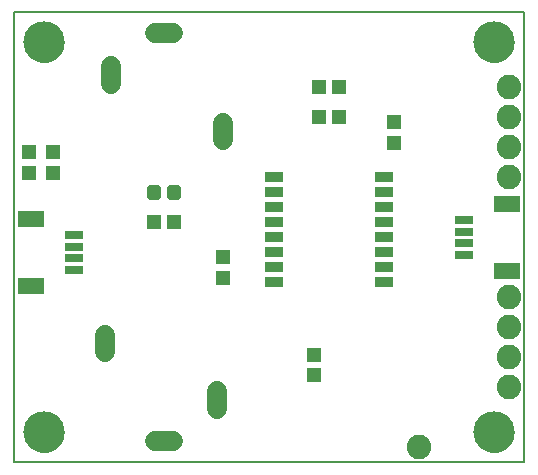
<source format=gts>
G75*
%MOIN*%
%OFA0B0*%
%FSLAX25Y25*%
%IPPOS*%
%LPD*%
%AMOC8*
5,1,8,0,0,1.08239X$1,22.5*
%
%ADD10C,0.00800*%
%ADD11C,0.00000*%
%ADD12C,0.13800*%
%ADD13R,0.08674X0.05524*%
%ADD14R,0.06115X0.03162*%
%ADD15R,0.04737X0.05131*%
%ADD16R,0.06300X0.03350*%
%ADD17R,0.05131X0.04737*%
%ADD18C,0.01990*%
%ADD19C,0.08200*%
%ADD20C,0.06706*%
D10*
X0017370Y0015949D02*
X0017370Y0165949D01*
X0187370Y0165949D01*
X0187370Y0015949D01*
X0017370Y0015949D01*
D11*
X0020870Y0025949D02*
X0020872Y0026110D01*
X0020878Y0026270D01*
X0020888Y0026431D01*
X0020902Y0026591D01*
X0020920Y0026751D01*
X0020941Y0026910D01*
X0020967Y0027069D01*
X0020997Y0027227D01*
X0021030Y0027384D01*
X0021068Y0027541D01*
X0021109Y0027696D01*
X0021154Y0027850D01*
X0021203Y0028003D01*
X0021256Y0028155D01*
X0021312Y0028306D01*
X0021373Y0028455D01*
X0021436Y0028603D01*
X0021504Y0028749D01*
X0021575Y0028893D01*
X0021649Y0029035D01*
X0021727Y0029176D01*
X0021809Y0029314D01*
X0021894Y0029451D01*
X0021982Y0029585D01*
X0022074Y0029717D01*
X0022169Y0029847D01*
X0022267Y0029975D01*
X0022368Y0030100D01*
X0022472Y0030222D01*
X0022579Y0030342D01*
X0022689Y0030459D01*
X0022802Y0030574D01*
X0022918Y0030685D01*
X0023037Y0030794D01*
X0023158Y0030899D01*
X0023282Y0031002D01*
X0023408Y0031102D01*
X0023536Y0031198D01*
X0023667Y0031291D01*
X0023801Y0031381D01*
X0023936Y0031468D01*
X0024074Y0031551D01*
X0024213Y0031631D01*
X0024355Y0031707D01*
X0024498Y0031780D01*
X0024643Y0031849D01*
X0024790Y0031915D01*
X0024938Y0031977D01*
X0025088Y0032035D01*
X0025239Y0032090D01*
X0025392Y0032141D01*
X0025546Y0032188D01*
X0025701Y0032231D01*
X0025857Y0032270D01*
X0026013Y0032306D01*
X0026171Y0032337D01*
X0026329Y0032365D01*
X0026488Y0032389D01*
X0026648Y0032409D01*
X0026808Y0032425D01*
X0026968Y0032437D01*
X0027129Y0032445D01*
X0027290Y0032449D01*
X0027450Y0032449D01*
X0027611Y0032445D01*
X0027772Y0032437D01*
X0027932Y0032425D01*
X0028092Y0032409D01*
X0028252Y0032389D01*
X0028411Y0032365D01*
X0028569Y0032337D01*
X0028727Y0032306D01*
X0028883Y0032270D01*
X0029039Y0032231D01*
X0029194Y0032188D01*
X0029348Y0032141D01*
X0029501Y0032090D01*
X0029652Y0032035D01*
X0029802Y0031977D01*
X0029950Y0031915D01*
X0030097Y0031849D01*
X0030242Y0031780D01*
X0030385Y0031707D01*
X0030527Y0031631D01*
X0030666Y0031551D01*
X0030804Y0031468D01*
X0030939Y0031381D01*
X0031073Y0031291D01*
X0031204Y0031198D01*
X0031332Y0031102D01*
X0031458Y0031002D01*
X0031582Y0030899D01*
X0031703Y0030794D01*
X0031822Y0030685D01*
X0031938Y0030574D01*
X0032051Y0030459D01*
X0032161Y0030342D01*
X0032268Y0030222D01*
X0032372Y0030100D01*
X0032473Y0029975D01*
X0032571Y0029847D01*
X0032666Y0029717D01*
X0032758Y0029585D01*
X0032846Y0029451D01*
X0032931Y0029314D01*
X0033013Y0029176D01*
X0033091Y0029035D01*
X0033165Y0028893D01*
X0033236Y0028749D01*
X0033304Y0028603D01*
X0033367Y0028455D01*
X0033428Y0028306D01*
X0033484Y0028155D01*
X0033537Y0028003D01*
X0033586Y0027850D01*
X0033631Y0027696D01*
X0033672Y0027541D01*
X0033710Y0027384D01*
X0033743Y0027227D01*
X0033773Y0027069D01*
X0033799Y0026910D01*
X0033820Y0026751D01*
X0033838Y0026591D01*
X0033852Y0026431D01*
X0033862Y0026270D01*
X0033868Y0026110D01*
X0033870Y0025949D01*
X0033868Y0025788D01*
X0033862Y0025628D01*
X0033852Y0025467D01*
X0033838Y0025307D01*
X0033820Y0025147D01*
X0033799Y0024988D01*
X0033773Y0024829D01*
X0033743Y0024671D01*
X0033710Y0024514D01*
X0033672Y0024357D01*
X0033631Y0024202D01*
X0033586Y0024048D01*
X0033537Y0023895D01*
X0033484Y0023743D01*
X0033428Y0023592D01*
X0033367Y0023443D01*
X0033304Y0023295D01*
X0033236Y0023149D01*
X0033165Y0023005D01*
X0033091Y0022863D01*
X0033013Y0022722D01*
X0032931Y0022584D01*
X0032846Y0022447D01*
X0032758Y0022313D01*
X0032666Y0022181D01*
X0032571Y0022051D01*
X0032473Y0021923D01*
X0032372Y0021798D01*
X0032268Y0021676D01*
X0032161Y0021556D01*
X0032051Y0021439D01*
X0031938Y0021324D01*
X0031822Y0021213D01*
X0031703Y0021104D01*
X0031582Y0020999D01*
X0031458Y0020896D01*
X0031332Y0020796D01*
X0031204Y0020700D01*
X0031073Y0020607D01*
X0030939Y0020517D01*
X0030804Y0020430D01*
X0030666Y0020347D01*
X0030527Y0020267D01*
X0030385Y0020191D01*
X0030242Y0020118D01*
X0030097Y0020049D01*
X0029950Y0019983D01*
X0029802Y0019921D01*
X0029652Y0019863D01*
X0029501Y0019808D01*
X0029348Y0019757D01*
X0029194Y0019710D01*
X0029039Y0019667D01*
X0028883Y0019628D01*
X0028727Y0019592D01*
X0028569Y0019561D01*
X0028411Y0019533D01*
X0028252Y0019509D01*
X0028092Y0019489D01*
X0027932Y0019473D01*
X0027772Y0019461D01*
X0027611Y0019453D01*
X0027450Y0019449D01*
X0027290Y0019449D01*
X0027129Y0019453D01*
X0026968Y0019461D01*
X0026808Y0019473D01*
X0026648Y0019489D01*
X0026488Y0019509D01*
X0026329Y0019533D01*
X0026171Y0019561D01*
X0026013Y0019592D01*
X0025857Y0019628D01*
X0025701Y0019667D01*
X0025546Y0019710D01*
X0025392Y0019757D01*
X0025239Y0019808D01*
X0025088Y0019863D01*
X0024938Y0019921D01*
X0024790Y0019983D01*
X0024643Y0020049D01*
X0024498Y0020118D01*
X0024355Y0020191D01*
X0024213Y0020267D01*
X0024074Y0020347D01*
X0023936Y0020430D01*
X0023801Y0020517D01*
X0023667Y0020607D01*
X0023536Y0020700D01*
X0023408Y0020796D01*
X0023282Y0020896D01*
X0023158Y0020999D01*
X0023037Y0021104D01*
X0022918Y0021213D01*
X0022802Y0021324D01*
X0022689Y0021439D01*
X0022579Y0021556D01*
X0022472Y0021676D01*
X0022368Y0021798D01*
X0022267Y0021923D01*
X0022169Y0022051D01*
X0022074Y0022181D01*
X0021982Y0022313D01*
X0021894Y0022447D01*
X0021809Y0022584D01*
X0021727Y0022722D01*
X0021649Y0022863D01*
X0021575Y0023005D01*
X0021504Y0023149D01*
X0021436Y0023295D01*
X0021373Y0023443D01*
X0021312Y0023592D01*
X0021256Y0023743D01*
X0021203Y0023895D01*
X0021154Y0024048D01*
X0021109Y0024202D01*
X0021068Y0024357D01*
X0021030Y0024514D01*
X0020997Y0024671D01*
X0020967Y0024829D01*
X0020941Y0024988D01*
X0020920Y0025147D01*
X0020902Y0025307D01*
X0020888Y0025467D01*
X0020878Y0025628D01*
X0020872Y0025788D01*
X0020870Y0025949D01*
X0020870Y0155949D02*
X0020872Y0156110D01*
X0020878Y0156270D01*
X0020888Y0156431D01*
X0020902Y0156591D01*
X0020920Y0156751D01*
X0020941Y0156910D01*
X0020967Y0157069D01*
X0020997Y0157227D01*
X0021030Y0157384D01*
X0021068Y0157541D01*
X0021109Y0157696D01*
X0021154Y0157850D01*
X0021203Y0158003D01*
X0021256Y0158155D01*
X0021312Y0158306D01*
X0021373Y0158455D01*
X0021436Y0158603D01*
X0021504Y0158749D01*
X0021575Y0158893D01*
X0021649Y0159035D01*
X0021727Y0159176D01*
X0021809Y0159314D01*
X0021894Y0159451D01*
X0021982Y0159585D01*
X0022074Y0159717D01*
X0022169Y0159847D01*
X0022267Y0159975D01*
X0022368Y0160100D01*
X0022472Y0160222D01*
X0022579Y0160342D01*
X0022689Y0160459D01*
X0022802Y0160574D01*
X0022918Y0160685D01*
X0023037Y0160794D01*
X0023158Y0160899D01*
X0023282Y0161002D01*
X0023408Y0161102D01*
X0023536Y0161198D01*
X0023667Y0161291D01*
X0023801Y0161381D01*
X0023936Y0161468D01*
X0024074Y0161551D01*
X0024213Y0161631D01*
X0024355Y0161707D01*
X0024498Y0161780D01*
X0024643Y0161849D01*
X0024790Y0161915D01*
X0024938Y0161977D01*
X0025088Y0162035D01*
X0025239Y0162090D01*
X0025392Y0162141D01*
X0025546Y0162188D01*
X0025701Y0162231D01*
X0025857Y0162270D01*
X0026013Y0162306D01*
X0026171Y0162337D01*
X0026329Y0162365D01*
X0026488Y0162389D01*
X0026648Y0162409D01*
X0026808Y0162425D01*
X0026968Y0162437D01*
X0027129Y0162445D01*
X0027290Y0162449D01*
X0027450Y0162449D01*
X0027611Y0162445D01*
X0027772Y0162437D01*
X0027932Y0162425D01*
X0028092Y0162409D01*
X0028252Y0162389D01*
X0028411Y0162365D01*
X0028569Y0162337D01*
X0028727Y0162306D01*
X0028883Y0162270D01*
X0029039Y0162231D01*
X0029194Y0162188D01*
X0029348Y0162141D01*
X0029501Y0162090D01*
X0029652Y0162035D01*
X0029802Y0161977D01*
X0029950Y0161915D01*
X0030097Y0161849D01*
X0030242Y0161780D01*
X0030385Y0161707D01*
X0030527Y0161631D01*
X0030666Y0161551D01*
X0030804Y0161468D01*
X0030939Y0161381D01*
X0031073Y0161291D01*
X0031204Y0161198D01*
X0031332Y0161102D01*
X0031458Y0161002D01*
X0031582Y0160899D01*
X0031703Y0160794D01*
X0031822Y0160685D01*
X0031938Y0160574D01*
X0032051Y0160459D01*
X0032161Y0160342D01*
X0032268Y0160222D01*
X0032372Y0160100D01*
X0032473Y0159975D01*
X0032571Y0159847D01*
X0032666Y0159717D01*
X0032758Y0159585D01*
X0032846Y0159451D01*
X0032931Y0159314D01*
X0033013Y0159176D01*
X0033091Y0159035D01*
X0033165Y0158893D01*
X0033236Y0158749D01*
X0033304Y0158603D01*
X0033367Y0158455D01*
X0033428Y0158306D01*
X0033484Y0158155D01*
X0033537Y0158003D01*
X0033586Y0157850D01*
X0033631Y0157696D01*
X0033672Y0157541D01*
X0033710Y0157384D01*
X0033743Y0157227D01*
X0033773Y0157069D01*
X0033799Y0156910D01*
X0033820Y0156751D01*
X0033838Y0156591D01*
X0033852Y0156431D01*
X0033862Y0156270D01*
X0033868Y0156110D01*
X0033870Y0155949D01*
X0033868Y0155788D01*
X0033862Y0155628D01*
X0033852Y0155467D01*
X0033838Y0155307D01*
X0033820Y0155147D01*
X0033799Y0154988D01*
X0033773Y0154829D01*
X0033743Y0154671D01*
X0033710Y0154514D01*
X0033672Y0154357D01*
X0033631Y0154202D01*
X0033586Y0154048D01*
X0033537Y0153895D01*
X0033484Y0153743D01*
X0033428Y0153592D01*
X0033367Y0153443D01*
X0033304Y0153295D01*
X0033236Y0153149D01*
X0033165Y0153005D01*
X0033091Y0152863D01*
X0033013Y0152722D01*
X0032931Y0152584D01*
X0032846Y0152447D01*
X0032758Y0152313D01*
X0032666Y0152181D01*
X0032571Y0152051D01*
X0032473Y0151923D01*
X0032372Y0151798D01*
X0032268Y0151676D01*
X0032161Y0151556D01*
X0032051Y0151439D01*
X0031938Y0151324D01*
X0031822Y0151213D01*
X0031703Y0151104D01*
X0031582Y0150999D01*
X0031458Y0150896D01*
X0031332Y0150796D01*
X0031204Y0150700D01*
X0031073Y0150607D01*
X0030939Y0150517D01*
X0030804Y0150430D01*
X0030666Y0150347D01*
X0030527Y0150267D01*
X0030385Y0150191D01*
X0030242Y0150118D01*
X0030097Y0150049D01*
X0029950Y0149983D01*
X0029802Y0149921D01*
X0029652Y0149863D01*
X0029501Y0149808D01*
X0029348Y0149757D01*
X0029194Y0149710D01*
X0029039Y0149667D01*
X0028883Y0149628D01*
X0028727Y0149592D01*
X0028569Y0149561D01*
X0028411Y0149533D01*
X0028252Y0149509D01*
X0028092Y0149489D01*
X0027932Y0149473D01*
X0027772Y0149461D01*
X0027611Y0149453D01*
X0027450Y0149449D01*
X0027290Y0149449D01*
X0027129Y0149453D01*
X0026968Y0149461D01*
X0026808Y0149473D01*
X0026648Y0149489D01*
X0026488Y0149509D01*
X0026329Y0149533D01*
X0026171Y0149561D01*
X0026013Y0149592D01*
X0025857Y0149628D01*
X0025701Y0149667D01*
X0025546Y0149710D01*
X0025392Y0149757D01*
X0025239Y0149808D01*
X0025088Y0149863D01*
X0024938Y0149921D01*
X0024790Y0149983D01*
X0024643Y0150049D01*
X0024498Y0150118D01*
X0024355Y0150191D01*
X0024213Y0150267D01*
X0024074Y0150347D01*
X0023936Y0150430D01*
X0023801Y0150517D01*
X0023667Y0150607D01*
X0023536Y0150700D01*
X0023408Y0150796D01*
X0023282Y0150896D01*
X0023158Y0150999D01*
X0023037Y0151104D01*
X0022918Y0151213D01*
X0022802Y0151324D01*
X0022689Y0151439D01*
X0022579Y0151556D01*
X0022472Y0151676D01*
X0022368Y0151798D01*
X0022267Y0151923D01*
X0022169Y0152051D01*
X0022074Y0152181D01*
X0021982Y0152313D01*
X0021894Y0152447D01*
X0021809Y0152584D01*
X0021727Y0152722D01*
X0021649Y0152863D01*
X0021575Y0153005D01*
X0021504Y0153149D01*
X0021436Y0153295D01*
X0021373Y0153443D01*
X0021312Y0153592D01*
X0021256Y0153743D01*
X0021203Y0153895D01*
X0021154Y0154048D01*
X0021109Y0154202D01*
X0021068Y0154357D01*
X0021030Y0154514D01*
X0020997Y0154671D01*
X0020967Y0154829D01*
X0020941Y0154988D01*
X0020920Y0155147D01*
X0020902Y0155307D01*
X0020888Y0155467D01*
X0020878Y0155628D01*
X0020872Y0155788D01*
X0020870Y0155949D01*
X0170870Y0155949D02*
X0170872Y0156110D01*
X0170878Y0156270D01*
X0170888Y0156431D01*
X0170902Y0156591D01*
X0170920Y0156751D01*
X0170941Y0156910D01*
X0170967Y0157069D01*
X0170997Y0157227D01*
X0171030Y0157384D01*
X0171068Y0157541D01*
X0171109Y0157696D01*
X0171154Y0157850D01*
X0171203Y0158003D01*
X0171256Y0158155D01*
X0171312Y0158306D01*
X0171373Y0158455D01*
X0171436Y0158603D01*
X0171504Y0158749D01*
X0171575Y0158893D01*
X0171649Y0159035D01*
X0171727Y0159176D01*
X0171809Y0159314D01*
X0171894Y0159451D01*
X0171982Y0159585D01*
X0172074Y0159717D01*
X0172169Y0159847D01*
X0172267Y0159975D01*
X0172368Y0160100D01*
X0172472Y0160222D01*
X0172579Y0160342D01*
X0172689Y0160459D01*
X0172802Y0160574D01*
X0172918Y0160685D01*
X0173037Y0160794D01*
X0173158Y0160899D01*
X0173282Y0161002D01*
X0173408Y0161102D01*
X0173536Y0161198D01*
X0173667Y0161291D01*
X0173801Y0161381D01*
X0173936Y0161468D01*
X0174074Y0161551D01*
X0174213Y0161631D01*
X0174355Y0161707D01*
X0174498Y0161780D01*
X0174643Y0161849D01*
X0174790Y0161915D01*
X0174938Y0161977D01*
X0175088Y0162035D01*
X0175239Y0162090D01*
X0175392Y0162141D01*
X0175546Y0162188D01*
X0175701Y0162231D01*
X0175857Y0162270D01*
X0176013Y0162306D01*
X0176171Y0162337D01*
X0176329Y0162365D01*
X0176488Y0162389D01*
X0176648Y0162409D01*
X0176808Y0162425D01*
X0176968Y0162437D01*
X0177129Y0162445D01*
X0177290Y0162449D01*
X0177450Y0162449D01*
X0177611Y0162445D01*
X0177772Y0162437D01*
X0177932Y0162425D01*
X0178092Y0162409D01*
X0178252Y0162389D01*
X0178411Y0162365D01*
X0178569Y0162337D01*
X0178727Y0162306D01*
X0178883Y0162270D01*
X0179039Y0162231D01*
X0179194Y0162188D01*
X0179348Y0162141D01*
X0179501Y0162090D01*
X0179652Y0162035D01*
X0179802Y0161977D01*
X0179950Y0161915D01*
X0180097Y0161849D01*
X0180242Y0161780D01*
X0180385Y0161707D01*
X0180527Y0161631D01*
X0180666Y0161551D01*
X0180804Y0161468D01*
X0180939Y0161381D01*
X0181073Y0161291D01*
X0181204Y0161198D01*
X0181332Y0161102D01*
X0181458Y0161002D01*
X0181582Y0160899D01*
X0181703Y0160794D01*
X0181822Y0160685D01*
X0181938Y0160574D01*
X0182051Y0160459D01*
X0182161Y0160342D01*
X0182268Y0160222D01*
X0182372Y0160100D01*
X0182473Y0159975D01*
X0182571Y0159847D01*
X0182666Y0159717D01*
X0182758Y0159585D01*
X0182846Y0159451D01*
X0182931Y0159314D01*
X0183013Y0159176D01*
X0183091Y0159035D01*
X0183165Y0158893D01*
X0183236Y0158749D01*
X0183304Y0158603D01*
X0183367Y0158455D01*
X0183428Y0158306D01*
X0183484Y0158155D01*
X0183537Y0158003D01*
X0183586Y0157850D01*
X0183631Y0157696D01*
X0183672Y0157541D01*
X0183710Y0157384D01*
X0183743Y0157227D01*
X0183773Y0157069D01*
X0183799Y0156910D01*
X0183820Y0156751D01*
X0183838Y0156591D01*
X0183852Y0156431D01*
X0183862Y0156270D01*
X0183868Y0156110D01*
X0183870Y0155949D01*
X0183868Y0155788D01*
X0183862Y0155628D01*
X0183852Y0155467D01*
X0183838Y0155307D01*
X0183820Y0155147D01*
X0183799Y0154988D01*
X0183773Y0154829D01*
X0183743Y0154671D01*
X0183710Y0154514D01*
X0183672Y0154357D01*
X0183631Y0154202D01*
X0183586Y0154048D01*
X0183537Y0153895D01*
X0183484Y0153743D01*
X0183428Y0153592D01*
X0183367Y0153443D01*
X0183304Y0153295D01*
X0183236Y0153149D01*
X0183165Y0153005D01*
X0183091Y0152863D01*
X0183013Y0152722D01*
X0182931Y0152584D01*
X0182846Y0152447D01*
X0182758Y0152313D01*
X0182666Y0152181D01*
X0182571Y0152051D01*
X0182473Y0151923D01*
X0182372Y0151798D01*
X0182268Y0151676D01*
X0182161Y0151556D01*
X0182051Y0151439D01*
X0181938Y0151324D01*
X0181822Y0151213D01*
X0181703Y0151104D01*
X0181582Y0150999D01*
X0181458Y0150896D01*
X0181332Y0150796D01*
X0181204Y0150700D01*
X0181073Y0150607D01*
X0180939Y0150517D01*
X0180804Y0150430D01*
X0180666Y0150347D01*
X0180527Y0150267D01*
X0180385Y0150191D01*
X0180242Y0150118D01*
X0180097Y0150049D01*
X0179950Y0149983D01*
X0179802Y0149921D01*
X0179652Y0149863D01*
X0179501Y0149808D01*
X0179348Y0149757D01*
X0179194Y0149710D01*
X0179039Y0149667D01*
X0178883Y0149628D01*
X0178727Y0149592D01*
X0178569Y0149561D01*
X0178411Y0149533D01*
X0178252Y0149509D01*
X0178092Y0149489D01*
X0177932Y0149473D01*
X0177772Y0149461D01*
X0177611Y0149453D01*
X0177450Y0149449D01*
X0177290Y0149449D01*
X0177129Y0149453D01*
X0176968Y0149461D01*
X0176808Y0149473D01*
X0176648Y0149489D01*
X0176488Y0149509D01*
X0176329Y0149533D01*
X0176171Y0149561D01*
X0176013Y0149592D01*
X0175857Y0149628D01*
X0175701Y0149667D01*
X0175546Y0149710D01*
X0175392Y0149757D01*
X0175239Y0149808D01*
X0175088Y0149863D01*
X0174938Y0149921D01*
X0174790Y0149983D01*
X0174643Y0150049D01*
X0174498Y0150118D01*
X0174355Y0150191D01*
X0174213Y0150267D01*
X0174074Y0150347D01*
X0173936Y0150430D01*
X0173801Y0150517D01*
X0173667Y0150607D01*
X0173536Y0150700D01*
X0173408Y0150796D01*
X0173282Y0150896D01*
X0173158Y0150999D01*
X0173037Y0151104D01*
X0172918Y0151213D01*
X0172802Y0151324D01*
X0172689Y0151439D01*
X0172579Y0151556D01*
X0172472Y0151676D01*
X0172368Y0151798D01*
X0172267Y0151923D01*
X0172169Y0152051D01*
X0172074Y0152181D01*
X0171982Y0152313D01*
X0171894Y0152447D01*
X0171809Y0152584D01*
X0171727Y0152722D01*
X0171649Y0152863D01*
X0171575Y0153005D01*
X0171504Y0153149D01*
X0171436Y0153295D01*
X0171373Y0153443D01*
X0171312Y0153592D01*
X0171256Y0153743D01*
X0171203Y0153895D01*
X0171154Y0154048D01*
X0171109Y0154202D01*
X0171068Y0154357D01*
X0171030Y0154514D01*
X0170997Y0154671D01*
X0170967Y0154829D01*
X0170941Y0154988D01*
X0170920Y0155147D01*
X0170902Y0155307D01*
X0170888Y0155467D01*
X0170878Y0155628D01*
X0170872Y0155788D01*
X0170870Y0155949D01*
X0170870Y0025949D02*
X0170872Y0026110D01*
X0170878Y0026270D01*
X0170888Y0026431D01*
X0170902Y0026591D01*
X0170920Y0026751D01*
X0170941Y0026910D01*
X0170967Y0027069D01*
X0170997Y0027227D01*
X0171030Y0027384D01*
X0171068Y0027541D01*
X0171109Y0027696D01*
X0171154Y0027850D01*
X0171203Y0028003D01*
X0171256Y0028155D01*
X0171312Y0028306D01*
X0171373Y0028455D01*
X0171436Y0028603D01*
X0171504Y0028749D01*
X0171575Y0028893D01*
X0171649Y0029035D01*
X0171727Y0029176D01*
X0171809Y0029314D01*
X0171894Y0029451D01*
X0171982Y0029585D01*
X0172074Y0029717D01*
X0172169Y0029847D01*
X0172267Y0029975D01*
X0172368Y0030100D01*
X0172472Y0030222D01*
X0172579Y0030342D01*
X0172689Y0030459D01*
X0172802Y0030574D01*
X0172918Y0030685D01*
X0173037Y0030794D01*
X0173158Y0030899D01*
X0173282Y0031002D01*
X0173408Y0031102D01*
X0173536Y0031198D01*
X0173667Y0031291D01*
X0173801Y0031381D01*
X0173936Y0031468D01*
X0174074Y0031551D01*
X0174213Y0031631D01*
X0174355Y0031707D01*
X0174498Y0031780D01*
X0174643Y0031849D01*
X0174790Y0031915D01*
X0174938Y0031977D01*
X0175088Y0032035D01*
X0175239Y0032090D01*
X0175392Y0032141D01*
X0175546Y0032188D01*
X0175701Y0032231D01*
X0175857Y0032270D01*
X0176013Y0032306D01*
X0176171Y0032337D01*
X0176329Y0032365D01*
X0176488Y0032389D01*
X0176648Y0032409D01*
X0176808Y0032425D01*
X0176968Y0032437D01*
X0177129Y0032445D01*
X0177290Y0032449D01*
X0177450Y0032449D01*
X0177611Y0032445D01*
X0177772Y0032437D01*
X0177932Y0032425D01*
X0178092Y0032409D01*
X0178252Y0032389D01*
X0178411Y0032365D01*
X0178569Y0032337D01*
X0178727Y0032306D01*
X0178883Y0032270D01*
X0179039Y0032231D01*
X0179194Y0032188D01*
X0179348Y0032141D01*
X0179501Y0032090D01*
X0179652Y0032035D01*
X0179802Y0031977D01*
X0179950Y0031915D01*
X0180097Y0031849D01*
X0180242Y0031780D01*
X0180385Y0031707D01*
X0180527Y0031631D01*
X0180666Y0031551D01*
X0180804Y0031468D01*
X0180939Y0031381D01*
X0181073Y0031291D01*
X0181204Y0031198D01*
X0181332Y0031102D01*
X0181458Y0031002D01*
X0181582Y0030899D01*
X0181703Y0030794D01*
X0181822Y0030685D01*
X0181938Y0030574D01*
X0182051Y0030459D01*
X0182161Y0030342D01*
X0182268Y0030222D01*
X0182372Y0030100D01*
X0182473Y0029975D01*
X0182571Y0029847D01*
X0182666Y0029717D01*
X0182758Y0029585D01*
X0182846Y0029451D01*
X0182931Y0029314D01*
X0183013Y0029176D01*
X0183091Y0029035D01*
X0183165Y0028893D01*
X0183236Y0028749D01*
X0183304Y0028603D01*
X0183367Y0028455D01*
X0183428Y0028306D01*
X0183484Y0028155D01*
X0183537Y0028003D01*
X0183586Y0027850D01*
X0183631Y0027696D01*
X0183672Y0027541D01*
X0183710Y0027384D01*
X0183743Y0027227D01*
X0183773Y0027069D01*
X0183799Y0026910D01*
X0183820Y0026751D01*
X0183838Y0026591D01*
X0183852Y0026431D01*
X0183862Y0026270D01*
X0183868Y0026110D01*
X0183870Y0025949D01*
X0183868Y0025788D01*
X0183862Y0025628D01*
X0183852Y0025467D01*
X0183838Y0025307D01*
X0183820Y0025147D01*
X0183799Y0024988D01*
X0183773Y0024829D01*
X0183743Y0024671D01*
X0183710Y0024514D01*
X0183672Y0024357D01*
X0183631Y0024202D01*
X0183586Y0024048D01*
X0183537Y0023895D01*
X0183484Y0023743D01*
X0183428Y0023592D01*
X0183367Y0023443D01*
X0183304Y0023295D01*
X0183236Y0023149D01*
X0183165Y0023005D01*
X0183091Y0022863D01*
X0183013Y0022722D01*
X0182931Y0022584D01*
X0182846Y0022447D01*
X0182758Y0022313D01*
X0182666Y0022181D01*
X0182571Y0022051D01*
X0182473Y0021923D01*
X0182372Y0021798D01*
X0182268Y0021676D01*
X0182161Y0021556D01*
X0182051Y0021439D01*
X0181938Y0021324D01*
X0181822Y0021213D01*
X0181703Y0021104D01*
X0181582Y0020999D01*
X0181458Y0020896D01*
X0181332Y0020796D01*
X0181204Y0020700D01*
X0181073Y0020607D01*
X0180939Y0020517D01*
X0180804Y0020430D01*
X0180666Y0020347D01*
X0180527Y0020267D01*
X0180385Y0020191D01*
X0180242Y0020118D01*
X0180097Y0020049D01*
X0179950Y0019983D01*
X0179802Y0019921D01*
X0179652Y0019863D01*
X0179501Y0019808D01*
X0179348Y0019757D01*
X0179194Y0019710D01*
X0179039Y0019667D01*
X0178883Y0019628D01*
X0178727Y0019592D01*
X0178569Y0019561D01*
X0178411Y0019533D01*
X0178252Y0019509D01*
X0178092Y0019489D01*
X0177932Y0019473D01*
X0177772Y0019461D01*
X0177611Y0019453D01*
X0177450Y0019449D01*
X0177290Y0019449D01*
X0177129Y0019453D01*
X0176968Y0019461D01*
X0176808Y0019473D01*
X0176648Y0019489D01*
X0176488Y0019509D01*
X0176329Y0019533D01*
X0176171Y0019561D01*
X0176013Y0019592D01*
X0175857Y0019628D01*
X0175701Y0019667D01*
X0175546Y0019710D01*
X0175392Y0019757D01*
X0175239Y0019808D01*
X0175088Y0019863D01*
X0174938Y0019921D01*
X0174790Y0019983D01*
X0174643Y0020049D01*
X0174498Y0020118D01*
X0174355Y0020191D01*
X0174213Y0020267D01*
X0174074Y0020347D01*
X0173936Y0020430D01*
X0173801Y0020517D01*
X0173667Y0020607D01*
X0173536Y0020700D01*
X0173408Y0020796D01*
X0173282Y0020896D01*
X0173158Y0020999D01*
X0173037Y0021104D01*
X0172918Y0021213D01*
X0172802Y0021324D01*
X0172689Y0021439D01*
X0172579Y0021556D01*
X0172472Y0021676D01*
X0172368Y0021798D01*
X0172267Y0021923D01*
X0172169Y0022051D01*
X0172074Y0022181D01*
X0171982Y0022313D01*
X0171894Y0022447D01*
X0171809Y0022584D01*
X0171727Y0022722D01*
X0171649Y0022863D01*
X0171575Y0023005D01*
X0171504Y0023149D01*
X0171436Y0023295D01*
X0171373Y0023443D01*
X0171312Y0023592D01*
X0171256Y0023743D01*
X0171203Y0023895D01*
X0171154Y0024048D01*
X0171109Y0024202D01*
X0171068Y0024357D01*
X0171030Y0024514D01*
X0170997Y0024671D01*
X0170967Y0024829D01*
X0170941Y0024988D01*
X0170920Y0025147D01*
X0170902Y0025307D01*
X0170888Y0025467D01*
X0170878Y0025628D01*
X0170872Y0025788D01*
X0170870Y0025949D01*
D12*
X0177370Y0025949D03*
X0177370Y0155949D03*
X0027370Y0155949D03*
X0027370Y0025949D03*
D13*
X0022902Y0074925D03*
X0022902Y0096972D03*
X0181839Y0101972D03*
X0181839Y0079925D03*
D14*
X0167370Y0085043D03*
X0167370Y0088980D03*
X0167370Y0092917D03*
X0167370Y0096854D03*
X0037370Y0091854D03*
X0037370Y0087917D03*
X0037370Y0083980D03*
X0037370Y0080043D03*
D15*
X0030370Y0112602D03*
X0030370Y0119295D03*
X0022370Y0119295D03*
X0022370Y0112602D03*
X0086870Y0084295D03*
X0086870Y0077602D03*
X0117370Y0051795D03*
X0117370Y0045102D03*
X0143900Y0122602D03*
X0143900Y0129295D03*
D16*
X0140677Y0110949D03*
X0140677Y0105949D03*
X0140677Y0100949D03*
X0140677Y0095949D03*
X0140677Y0090949D03*
X0140677Y0085949D03*
X0140677Y0080949D03*
X0140677Y0075949D03*
X0104063Y0075949D03*
X0104063Y0080949D03*
X0104063Y0085949D03*
X0104063Y0090949D03*
X0104063Y0095949D03*
X0104063Y0100949D03*
X0104063Y0105949D03*
X0104063Y0110949D03*
D17*
X0119024Y0130949D03*
X0125717Y0130949D03*
X0125717Y0140949D03*
X0119024Y0140949D03*
X0070717Y0095949D03*
X0064024Y0095949D03*
D18*
X0062544Y0104576D02*
X0062544Y0107322D01*
X0065290Y0107322D01*
X0065290Y0104576D01*
X0062544Y0104576D01*
X0062544Y0106466D02*
X0065290Y0106466D01*
X0069450Y0107322D02*
X0069450Y0104576D01*
X0069450Y0107322D02*
X0072196Y0107322D01*
X0072196Y0104576D01*
X0069450Y0104576D01*
X0069450Y0106466D02*
X0072196Y0106466D01*
D19*
X0152370Y0020949D03*
X0182370Y0040949D03*
X0182370Y0050949D03*
X0182370Y0060949D03*
X0182370Y0070949D03*
X0182370Y0110949D03*
X0182370Y0120949D03*
X0182370Y0130949D03*
X0182370Y0140949D03*
D20*
X0087055Y0129224D02*
X0087055Y0123319D01*
X0049654Y0142217D02*
X0049654Y0148122D01*
X0064417Y0158949D02*
X0070323Y0158949D01*
X0047685Y0058579D02*
X0047685Y0052673D01*
X0064417Y0022949D02*
X0070323Y0022949D01*
X0085087Y0033776D02*
X0085087Y0039681D01*
M02*

</source>
